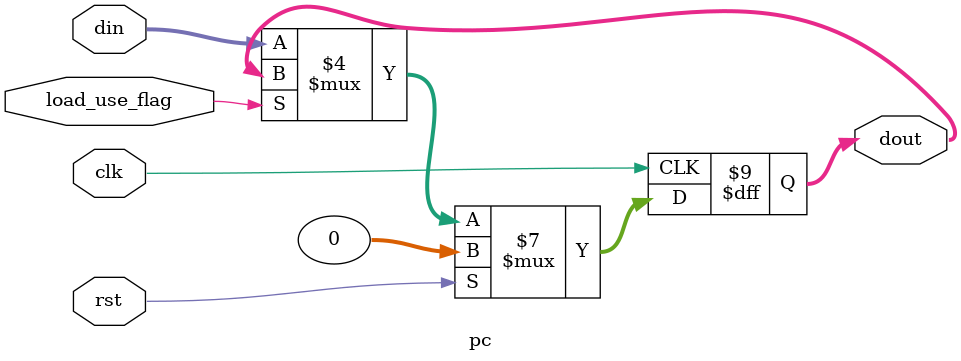
<source format=v>
`timescale 1ns / 1ps


module pc # (
    parameter DATA_WIDTH = 32
)(
    input clk, rst, load_use_flag, 
    input [DATA_WIDTH-1:0] din,
    output reg [DATA_WIDTH-1:0] dout
);
    always @ (posedge clk) begin
        if (rst) begin
            dout <= 0;
        end else if (load_use_flag == 1) begin
            dout <= dout;
        end else begin
            dout <= din;
        end
    end
endmodule

</source>
